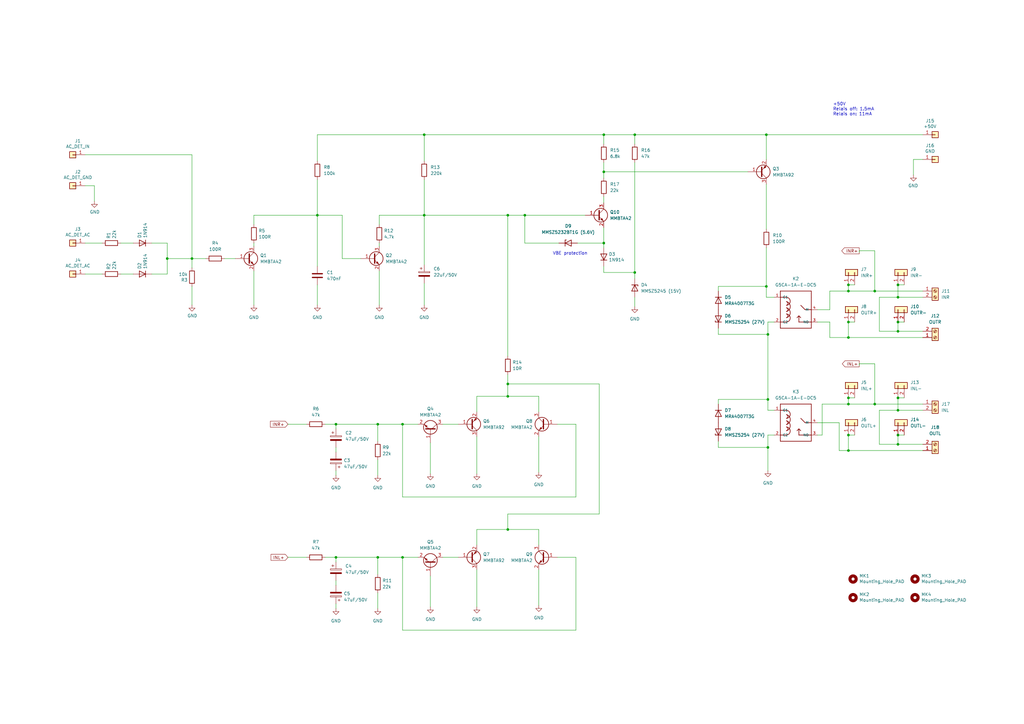
<source format=kicad_sch>
(kicad_sch (version 20211123) (generator eeschema)
  (paper "A3")
  (title_block (title "LS protection relais") (date "2022-03-16") (rev "V3"))
  (lib_symbols
    (symbol "Connector:Screw_Terminal_01x02" (pin_names (offset 1.016) hide)
      (property "Reference" "J" (at 0 2.54 0))
      (property "Value" "Screw_Terminal_01x02" (at 0 -5.08 0))
      (symbol "Screw_Terminal_01x02_1_1"
        (rectangle (start -1.27 1.27) (end 1.27 -3.81) (stroke (width 0.254)) (fill (type background)))
        (circle (center 0 -2.54) (radius 0.635) (stroke (width 0.1524)))
        (polyline (pts (xy -0.5334 -2.2098) (xy 0.3302 -3.048)) (stroke (width 0.1524)))
        (polyline (pts (xy -0.5334 0.3302) (xy 0.3302 -0.508)) (stroke (width 0.1524)))
        (polyline (pts (xy -0.3556 -2.032) (xy 0.508 -2.8702)) (stroke (width 0.1524)))
        (polyline (pts (xy -0.3556 0.508) (xy 0.508 -0.3302)) (stroke (width 0.1524)))
        (circle (center 0 0) (radius 0.635) (stroke (width 0.1524)))
        (pin passive line (at -5.08 0 0) (length 3.81) (name "Pin_1") (number "1"))
        (pin passive line (at -5.08 -2.54 0) (length 3.81) (name "Pin_2") (number "2"))
      )
    )
    (symbol "Connector_Generic:Conn_01x01" (pin_names (offset 1.016) hide)
      (property "Reference" "J" (at 0 2.54 0))
      (property "Value" "Conn_01x01" (at 0 -2.54 0))
      (symbol "Conn_01x01_1_1"
        (rectangle (start -1.27 0.127) (end 0 -0.127) (stroke (width 0.1524)))
        (rectangle (start -1.27 1.27) (end 1.27 -1.27) (stroke (width 0.254)) (fill (type background)))
        (pin passive line (at -5.08 0 0) (length 3.81) (name "Pin_1") (number "1"))
      )
    )
    (symbol "Connector_Generic:Conn_01x02" (pin_names (offset 1.016) hide)
      (property "Reference" "J" (at 0 2.54 0))
      (property "Value" "Conn_01x02" (at 0 -5.08 0))
      (symbol "Conn_01x02_1_1"
        (rectangle (start -1.27 -2.413) (end 0 -2.667) (stroke (width 0.1524)))
        (rectangle (start -1.27 0.127) (end 0 -0.127) (stroke (width 0.1524)))
        (rectangle (start -1.27 1.27) (end 1.27 -3.81) (stroke (width 0.254)) (fill (type background)))
        (pin passive line (at -5.08 0 0) (length 3.81) (name "Pin_1") (number "1"))
        (pin passive line (at -5.08 -2.54 0) (length 3.81) (name "Pin_2") (number "2"))
      )
    )
    (symbol "Device:C" (pin_numbers hide) (pin_names (offset 0.254))
      (property "Reference" "C" (at 0.635 2.54 0))
      (property "Value" "C" (at 0.635 -2.54 0))
      (symbol "C_0_1"
        (polyline (pts (xy -2.032 -0.762) (xy 2.032 -0.762)) (stroke (width 0.508)))
        (polyline (pts (xy -2.032 0.762) (xy 2.032 0.762)) (stroke (width 0.508)))
      )
      (symbol "C_1_1"
        (pin passive line (at 0 3.81 270) (length 2.794) (name "~") (number "1"))
        (pin passive line (at 0 -3.81 90) (length 2.794) (name "~") (number "2"))
      )
    )
    (symbol "Device:C_Polarized" (pin_numbers hide) (pin_names (offset 0.254))
      (property "Reference" "C" (at 0.635 2.54 0))
      (property "Value" "C_Polarized" (at 0.635 -2.54 0))
      (symbol "C_Polarized_0_1"
        (rectangle (start -2.286 0.508) (end 2.286 1.016))
        (polyline (pts (xy -1.778 2.286) (xy -0.762 2.286)))
        (polyline (pts (xy -1.27 2.794) (xy -1.27 1.778)))
        (rectangle (start 2.286 -0.508) (end -2.286 -1.016) (fill (type outline)))
      )
      (symbol "C_Polarized_1_1"
        (pin passive line (at 0 3.81 270) (length 2.794) (name "~") (number "1"))
        (pin passive line (at 0 -3.81 90) (length 2.794) (name "~") (number "2"))
      )
    )
    (symbol "Device:R" (pin_numbers hide) (pin_names (offset 0))
      (property "Reference" "R" (at 2.032 0 90))
      (property "Value" "R" (at 0 0 90))
      (symbol "R_0_1"
        (rectangle (start -1.016 -2.54) (end 1.016 2.54) (stroke (width 0.254)))
      )
      (symbol "R_1_1"
        (pin passive line (at 0 3.81 270) (length 1.27) (name "~") (number "1"))
        (pin passive line (at 0 -3.81 90) (length 1.27) (name "~") (number "2"))
      )
    )
    (symbol "Diode:1N4148" (pin_numbers hide) (pin_names (offset 1.016) hide)
      (property "Reference" "D" (at 0 2.54 0))
      (property "Value" "1N4148" (at 0 -2.54 0))
      (symbol "1N4148_0_1"
        (polyline (pts (xy -1.27 1.27) (xy -1.27 -1.27)) (stroke (width 0.254)))
        (polyline (pts (xy 1.27 0) (xy -1.27 0)))
        (polyline (pts (xy 1.27 1.27) (xy 1.27 -1.27) (xy -1.27 0) (xy 1.27 1.27)) (stroke (width 0.254)))
      )
      (symbol "1N4148_1_1"
        (pin passive line (at -3.81 0 0) (length 2.54) (name "K") (number "1"))
        (pin passive line (at 3.81 0 180) (length 2.54) (name "A") (number "2"))
      )
    )
    (symbol "Diode:1N47xxA" (pin_numbers hide) (pin_names (offset 1.016) hide)
      (property "Reference" "D" (at 0 2.54 0))
      (property "Value" "1N47xxA" (at 0 -2.54 0))
      (symbol "1N47xxA_0_1"
        (polyline (pts (xy 1.27 0) (xy -1.27 0)))
        (polyline (pts (xy -1.27 -1.27) (xy -1.27 1.27) (xy -0.762 1.27)) (stroke (width 0.254)))
        (polyline (pts (xy 1.27 -1.27) (xy 1.27 1.27) (xy -1.27 0) (xy 1.27 -1.27)) (stroke (width 0.254)))
      )
      (symbol "1N47xxA_1_1"
        (pin passive line (at -3.81 0 0) (length 2.54) (name "K") (number "1"))
        (pin passive line (at 3.81 0 180) (length 2.54) (name "A") (number "2"))
      )
    )
    (symbol "Diode:MRA4007T3G" (pin_numbers hide) (pin_names (offset 1.016) hide)
      (property "Reference" "D" (at 0 2.54 0))
      (property "Value" "MRA4007T3G" (at 0 -2.54 0))
      (symbol "MRA4007T3G_0_1"
        (polyline (pts (xy -1.27 1.27) (xy -1.27 -1.27)) (stroke (width 0.254)))
        (polyline (pts (xy 1.27 0) (xy -1.27 0)))
        (polyline (pts (xy 1.27 1.27) (xy 1.27 -1.27) (xy -1.27 0) (xy 1.27 1.27)) (stroke (width 0.254)))
      )
      (symbol "MRA4007T3G_1_1"
        (pin passive line (at -3.81 0 0) (length 2.54) (name "K") (number "1"))
        (pin passive line (at 3.81 0 180) (length 2.54) (name "A") (number "2"))
      )
    )
    (symbol "Mechanical:MountingHole" (pin_names (offset 1.016))
      (property "Reference" "H" (at 0 5.08 0))
      (property "Value" "MountingHole" (at 0 3.175 0))
      (symbol "MountingHole_0_1"
        (circle (center 0 0) (radius 1.27) (stroke (width 1.27)))
      )
    )
    (symbol "Transistor_BJT:MMBTA42" (pin_names (offset 0) hide)
      (property "Reference" "Q" (at 5.08 1.905 0))
      (property "Value" "MMBTA42" (at 5.08 0 0))
      (symbol "MMBTA42_0_1"
        (polyline (pts (xy 0 0) (xy 0.635 0)))
        (polyline (pts (xy 0.635 0.635) (xy 2.54 2.54)))
        (polyline (pts (xy 0.635 -0.635) (xy 2.54 -2.54) (xy 2.54 -2.54)))
        (polyline (pts (xy 0.635 1.905) (xy 0.635 -1.905) (xy 0.635 -1.905)) (stroke (width 0.508)))
        (polyline (pts (xy 1.27 -1.778) (xy 1.778 -1.27) (xy 2.286 -2.286) (xy 1.27 -1.778) (xy 1.27 -1.778)) (fill (type outline)))
        (circle (center 1.27 0) (radius 2.8194) (stroke (width 0.254)))
      )
      (symbol "MMBTA42_1_1"
        (pin input line (at -5.08 0 0) (length 5.08) (name "B") (number "1"))
        (pin passive line (at 2.54 -5.08 90) (length 2.54) (name "E") (number "2"))
        (pin passive line (at 2.54 5.08 270) (length 2.54) (name "C") (number "3"))
      )
    )
    (symbol "Transistor_BJT:MMBTA92" (pin_names (offset 0) hide)
      (property "Reference" "Q" (at 5.08 1.905 0))
      (property "Value" "MMBTA92" (at 5.08 0 0))
      (symbol "MMBTA92_0_1"
        (polyline (pts (xy 0 0) (xy 0.635 0)))
        (polyline (pts (xy 2.54 -2.54) (xy 0.635 -0.635)))
        (polyline (pts (xy 2.54 2.54) (xy 0.635 0.635)))
        (polyline (pts (xy 0.635 1.905) (xy 0.635 -1.905) (xy 0.635 -1.905)) (stroke (width 0.508)) (fill (type outline)))
        (polyline (pts (xy 1.905 -2.413) (xy 2.413 -1.905) (xy 1.397 -1.397) (xy 1.905 -2.413) (xy 1.905 -2.413)) (fill (type outline)))
        (circle (center 1.27 0) (radius 2.8194) (stroke (width 0.254)))
      )
      (symbol "MMBTA92_1_1"
        (pin input line (at -5.08 0 0) (length 5.08) (name "B") (number "1"))
        (pin passive line (at 2.54 -5.08 90) (length 2.54) (name "E") (number "2"))
        (pin passive line (at 2.54 5.08 270) (length 2.54) (name "C") (number "3"))
      )
    )
    (symbol "kicad-snk:G5CA-1A-E-DC5" (pin_names (offset 1.016))
      (property "Reference" "K" (at -7.62 8.128 0))
      (property "Value" "G5CA-1A-E-DC5" (at -7.62 -10.16 0))
      (symbol "G5CA-1A-E-DC5_0_0"
        (arc (start -5.08 -5.08) (mid -3.5511 -3.429) (end -5.08 -1.778) (stroke (width 0.254)))
        (arc (start -5.08 -3.302) (mid -4.513 -2.54) (end -5.08 -1.778) (stroke (width 0.254)))
        (arc (start -5.08 -3.302) (mid -3.5499 -1.27) (end -5.08 0.762) (stroke (width 0.254)))
        (arc (start -5.08 -0.762) (mid -4.513 0) (end -5.08 0.762) (stroke (width 0.254)))
        (arc (start -5.08 -0.762) (mid -3.5314 1.27) (end -5.08 3.302) (stroke (width 0.254)))
        (arc (start -5.08 1.778) (mid -4.513 2.54) (end -5.08 3.302) (stroke (width 0.254)))
        (arc (start -5.08 1.778) (mid -3.5511 3.429) (end -5.08 5.08) (stroke (width 0.254)))
        (polyline (pts (xy -7.62 -7.62) (xy -7.62 -5.08)) (stroke (width 0.254)))
        (polyline (pts (xy -7.62 -5.08) (xy -7.62 5.08)) (stroke (width 0.254)))
        (polyline (pts (xy -7.62 -5.08) (xy -5.08 -5.08)) (stroke (width 0.254)))
        (polyline (pts (xy -7.62 5.08) (xy -7.62 7.62)) (stroke (width 0.254)))
        (polyline (pts (xy -7.62 5.08) (xy -5.08 5.08)) (stroke (width 0.254)))
        (polyline (pts (xy -7.62 7.62) (xy 5.08 7.62)) (stroke (width 0.254)))
        (polyline (pts (xy 0 -5.08) (xy 0 -2.54)) (stroke (width 0.254)))
        (polyline (pts (xy 0 -2.54) (xy -0.762 -3.302)) (stroke (width 0.254)))
        (polyline (pts (xy 0 -2.54) (xy 0.762 -3.302)) (stroke (width 0.254)))
        (polyline (pts (xy 2.54 0) (xy 0.762 1.778)) (stroke (width 0.254)))
        (polyline (pts (xy 5.08 -7.62) (xy -7.62 -7.62)) (stroke (width 0.254)))
        (polyline (pts (xy 5.08 -5.08) (xy 0 -5.08)) (stroke (width 0.254)))
        (polyline (pts (xy 5.08 -5.08) (xy 5.08 -7.62)) (stroke (width 0.254)))
        (polyline (pts (xy 5.08 0) (xy 2.54 0)) (stroke (width 0.254)))
        (polyline (pts (xy 5.08 0) (xy 5.08 -5.08)) (stroke (width 0.254)))
        (polyline (pts (xy 5.08 5.08) (xy 5.08 0)) (stroke (width 0.254)))
        (polyline (pts (xy 5.08 7.62) (xy 5.08 5.08)) (stroke (width 0.254)))
        (pin passive line (at -10.16 5.08 0) (length 2.54) (name "C1") (number "1"))
        (pin passive line (at -10.16 -5.08 0) (length 2.54) (name "C2") (number "2"))
        (pin passive line (at 7.62 -5.08 180) (length 2.54) (name "NO") (number "3"))
        (pin passive line (at 7.62 0 180) (length 2.54) (name "M") (number "4"))
      )
    )
    (symbol "power:GND" (power) (pin_names (offset 0))
      (property "Value" "GND" (at 0 -3.81 0))
      (symbol "GND_0_1"
        (polyline (pts (xy 0 0) (xy 0 -1.27) (xy 1.27 -1.27) (xy 0 -2.54) (xy -1.27 -1.27) (xy 0 -1.27)))
      )
      (symbol "GND_1_1"
        (pin power_in line (at 0 0 270) (length 0) hide (name "GND") (number "1"))
      )
    )
  )
  (junction (at 314.325 117.475))
  (junction (at 68.58 106.045))
  (junction (at 173.99 88.265))
  (junction (at 137.795 228.6))
  (junction (at 347.98 116.84))
  (junction (at 130.175 88.265))
  (junction (at 347.98 165.735))
  (junction (at 260.35 111.76))
  (junction (at 154.94 173.99))
  (junction (at 347.98 119.38))
  (junction (at 165.1 228.6))
  (junction (at 368.3 116.84))
  (junction (at 358.775 119.38))
  (junction (at 154.94 228.6))
  (junction (at 78.74 106.045))
  (junction (at 260.35 55.245))
  (junction (at 247.65 55.245))
  (junction (at 347.98 178.435))
  (junction (at 314.96 183.515))
  (junction (at 368.3 163.195))
  (junction (at 314.96 137.16))
  (junction (at 368.3 178.435))
  (junction (at 247.65 99.695))
  (junction (at 347.98 184.785))
  (junction (at 368.3 135.89))
  (junction (at 358.775 165.735))
  (junction (at 208.28 88.265))
  (junction (at 347.98 138.43))
  (junction (at 173.99 55.245))
  (junction (at 347.98 163.195))
  (junction (at 215.265 88.265))
  (junction (at 208.28 162.56))
  (junction (at 247.65 70.485))
  (junction (at 314.325 55.245))
  (junction (at 208.28 157.48))
  (junction (at 368.3 182.245))
  (junction (at 368.3 121.92))
  (junction (at 368.3 168.275))
  (junction (at 165.1 173.99))
  (junction (at 368.3 132.08))
  (junction (at 314.96 163.83))
  (junction (at 208.28 217.17))
  (junction (at 137.795 173.99))
  (junction (at 347.98 132.08))
  (wire (pts (xy 347.98 119.38) (xy 340.36 119.38)))
  (wire (pts (xy 314.96 163.83) (xy 294.64 163.83)))
  (wire (pts (xy 165.1 203.835) (xy 236.22 203.835)))
  (wire (pts (xy 314.325 55.245) (xy 314.325 65.405)))
  (wire (pts (xy 245.745 210.82) (xy 245.745 157.48)))
  (wire (pts (xy 314.325 55.245) (xy 378.46 55.245)))
  (wire (pts (xy 360.68 135.89) (xy 368.3 135.89)))
  (wire (pts (xy 104.14 111.125) (xy 104.14 125.095)))
  (wire (pts (xy 104.14 99.695) (xy 104.14 100.965)))
  (wire (pts (xy 294.64 134.62) (xy 294.64 137.16)))
  (wire (pts (xy 181.61 228.6) (xy 187.96 228.6)))
  (wire (pts (xy 347.98 178.435) (xy 350.52 178.435)))
  (wire (pts (xy 368.3 163.195) (xy 368.3 168.275)))
  (wire (pts (xy 347.98 132.08) (xy 347.98 138.43)))
  (wire (pts (xy 208.28 88.265) (xy 215.265 88.265)))
  (wire (pts (xy 92.075 106.045) (xy 96.52 106.045)))
  (wire (pts (xy 344.17 173.355) (xy 344.17 184.785)))
  (wire (pts (xy 173.99 116.205) (xy 173.99 125.095)))
  (wire (pts (xy 137.795 228.6) (xy 137.795 230.505)))
  (wire (pts (xy 352.425 103.505) (xy 352.425 102.87)))
  (wire (pts (xy 236.22 258.445) (xy 236.22 228.6)))
  (wire (pts (xy 208.28 157.48) (xy 208.28 162.56)))
  (wire (pts (xy 78.74 117.475) (xy 78.74 125.095)))
  (wire (pts (xy 215.265 99.695) (xy 215.265 88.265)))
  (wire (pts (xy 154.94 243.205) (xy 154.94 249.555)))
  (wire (pts (xy 245.745 157.48) (xy 208.28 157.48)))
  (wire (pts (xy 374.65 65.405) (xy 378.46 65.405)))
  (wire (pts (xy 317.5 178.435) (xy 314.96 178.435)))
  (wire (pts (xy 247.65 99.695) (xy 247.65 101.6)))
  (wire (pts (xy 317.5 132.08) (xy 314.96 132.08)))
  (wire (pts (xy 140.335 106.045) (xy 147.955 106.045)))
  (wire (pts (xy 247.65 111.76) (xy 260.35 111.76)))
  (wire (pts (xy 176.53 181.61) (xy 176.53 194.31)))
  (wire (pts (xy 352.425 102.87) (xy 358.775 102.87)))
  (wire (pts (xy 220.98 217.17) (xy 220.98 223.52)))
  (wire (pts (xy 314.325 121.92) (xy 317.5 121.92)))
  (wire (pts (xy 368.3 182.245) (xy 378.46 182.245)))
  (wire (pts (xy 340.36 132.08) (xy 335.28 132.08)))
  (wire (pts (xy 137.795 173.99) (xy 154.94 173.99)))
  (wire (pts (xy 137.795 183.515) (xy 137.795 185.42)))
  (wire (pts (xy 140.335 88.265) (xy 140.335 106.045)))
  (wire (pts (xy 340.36 138.43) (xy 340.36 132.08)))
  (wire (pts (xy 38.735 76.2) (xy 34.925 76.2)))
  (wire (pts (xy 368.3 132.08) (xy 370.84 132.08)))
  (wire (pts (xy 78.74 63.5) (xy 34.925 63.5)))
  (wire (pts (xy 173.99 88.265) (xy 155.575 88.265)))
  (wire (pts (xy 368.3 135.89) (xy 378.46 135.89)))
  (wire (pts (xy 62.23 112.395) (xy 68.58 112.395)))
  (wire (pts (xy 347.98 132.08) (xy 350.52 132.08)))
  (wire (pts (xy 260.35 121.92) (xy 260.35 125.73)))
  (wire (pts (xy 347.98 163.195) (xy 350.52 163.195)))
  (wire (pts (xy 314.96 132.08) (xy 314.96 137.16)))
  (wire (pts (xy 208.28 153.67) (xy 208.28 157.48)))
  (wire (pts (xy 165.1 228.6) (xy 165.1 258.445)))
  (wire (pts (xy 78.74 106.045) (xy 84.455 106.045)))
  (wire (pts (xy 49.53 99.695) (xy 54.61 99.695)))
  (wire (pts (xy 347.98 138.43) (xy 340.36 138.43)))
  (wire (pts (xy 358.775 165.735) (xy 347.98 165.735)))
  (wire (pts (xy 347.98 163.195) (xy 347.98 165.735)))
  (wire (pts (xy 378.46 119.38) (xy 358.775 119.38)))
  (wire (pts (xy 378.46 121.92) (xy 368.3 121.92)))
  (wire (pts (xy 154.94 188.595) (xy 154.94 194.945)))
  (wire (pts (xy 176.53 236.22) (xy 176.53 248.92)))
  (wire (pts (xy 247.65 70.485) (xy 247.65 73.025)))
  (wire (pts (xy 294.64 163.83) (xy 294.64 165.735)))
  (wire (pts (xy 260.35 111.76) (xy 260.35 114.3)))
  (wire (pts (xy 247.65 109.22) (xy 247.65 111.76)))
  (wire (pts (xy 155.575 88.265) (xy 155.575 92.075)))
  (wire (pts (xy 34.925 99.695) (xy 41.91 99.695)))
  (wire (pts (xy 368.3 121.92) (xy 360.68 121.92)))
  (wire (pts (xy 173.99 55.245) (xy 130.175 55.245)))
  (wire (pts (xy 34.925 112.395) (xy 41.91 112.395)))
  (wire (pts (xy 314.96 183.515) (xy 314.96 193.04)))
  (wire (pts (xy 68.58 106.045) (xy 68.58 112.395)))
  (wire (pts (xy 247.65 66.675) (xy 247.65 70.485)))
  (wire (pts (xy 49.53 112.395) (xy 54.61 112.395)))
  (wire (pts (xy 155.575 99.695) (xy 155.575 100.965)))
  (wire (pts (xy 154.94 228.6) (xy 165.1 228.6)))
  (wire (pts (xy 165.1 258.445) (xy 236.22 258.445)))
  (wire (pts (xy 173.99 73.66) (xy 173.99 88.265)))
  (wire (pts (xy 314.96 178.435) (xy 314.96 183.515)))
  (wire (pts (xy 104.14 88.265) (xy 104.14 92.075)))
  (wire (pts (xy 347.98 116.84) (xy 347.98 119.38)))
  (wire (pts (xy 208.28 88.265) (xy 208.28 146.05)))
  (wire (pts (xy 130.175 88.265) (xy 140.335 88.265)))
  (wire (pts (xy 208.28 217.17) (xy 208.28 210.82)))
  (wire (pts (xy 154.94 173.99) (xy 154.94 180.975)))
  (wire (pts (xy 154.94 173.99) (xy 165.1 173.99)))
  (wire (pts (xy 165.1 173.99) (xy 171.45 173.99)))
  (wire (pts (xy 104.14 88.265) (xy 130.175 88.265)))
  (wire (pts (xy 78.74 106.045) (xy 78.74 109.855)))
  (wire (pts (xy 236.22 228.6) (xy 228.6 228.6)))
  (wire (pts (xy 130.175 73.66) (xy 130.175 88.265)))
  (wire (pts (xy 360.68 121.92) (xy 360.68 135.89)))
  (wire (pts (xy 314.325 101.6) (xy 314.325 117.475)))
  (wire (pts (xy 294.64 183.515) (xy 314.96 183.515)))
  (wire (pts (xy 247.65 70.485) (xy 306.705 70.485)))
  (wire (pts (xy 260.35 55.245) (xy 260.35 59.055)))
  (wire (pts (xy 195.58 179.07) (xy 195.58 194.31)))
  (wire (pts (xy 314.325 117.475) (xy 314.325 121.92)))
  (wire (pts (xy 154.94 228.6) (xy 154.94 235.585)))
  (wire (pts (xy 378.46 168.275) (xy 368.3 168.275)))
  (wire (pts (xy 335.28 173.355) (xy 344.17 173.355)))
  (wire (pts (xy 173.99 55.245) (xy 173.99 66.04)))
  (wire (pts (xy 130.175 55.245) (xy 130.175 66.04)))
  (wire (pts (xy 130.175 88.265) (xy 130.175 109.22)))
  (wire (pts (xy 220.98 179.07) (xy 220.98 193.675)))
  (wire (pts (xy 347.98 178.435) (xy 347.98 184.785)))
  (wire (pts (xy 68.58 99.695) (xy 62.23 99.695)))
  (wire (pts (xy 236.855 99.695) (xy 247.65 99.695)))
  (wire (pts (xy 173.99 88.265) (xy 208.28 88.265)))
  (wire (pts (xy 208.28 162.56) (xy 220.98 162.56)))
  (wire (pts (xy 137.795 173.99) (xy 137.795 175.895)))
  (wire (pts (xy 360.68 168.275) (xy 360.68 182.245)))
  (wire (pts (xy 68.58 106.045) (xy 78.74 106.045)))
  (wire (pts (xy 137.795 228.6) (xy 154.94 228.6)))
  (wire (pts (xy 347.98 184.785) (xy 344.17 184.785)))
  (wire (pts (xy 247.65 55.245) (xy 247.65 59.055)))
  (wire (pts (xy 358.775 102.87) (xy 358.775 119.38)))
  (wire (pts (xy 38.735 82.55) (xy 38.735 76.2)))
  (wire (pts (xy 236.22 203.835) (xy 236.22 173.99)))
  (wire (pts (xy 247.65 93.345) (xy 247.65 99.695)))
  (wire (pts (xy 352.425 149.86) (xy 352.425 149.225)))
  (wire (pts (xy 358.775 119.38) (xy 347.98 119.38)))
  (wire (pts (xy 165.1 173.99) (xy 165.1 203.835)))
  (wire (pts (xy 195.58 162.56) (xy 208.28 162.56)))
  (wire (pts (xy 314.96 168.275) (xy 317.5 168.275)))
  (wire (pts (xy 337.185 178.435) (xy 337.185 165.735)))
  (wire (pts (xy 137.795 193.04) (xy 137.795 194.945)))
  (wire (pts (xy 260.35 66.675) (xy 260.35 111.76)))
  (wire (pts (xy 340.36 119.38) (xy 340.36 127)))
  (wire (pts (xy 314.96 163.83) (xy 314.96 168.275)))
  (wire (pts (xy 137.795 238.125) (xy 137.795 240.03)))
  (wire (pts (xy 340.36 127) (xy 335.28 127)))
  (wire (pts (xy 220.98 233.68) (xy 220.98 248.285)))
  (wire (pts (xy 337.185 165.735) (xy 347.98 165.735)))
  (wire (pts (xy 195.58 217.17) (xy 208.28 217.17)))
  (wire (pts (xy 137.795 247.65) (xy 137.795 249.555)))
  (wire (pts (xy 314.96 137.16) (xy 314.96 163.83)))
  (wire (pts (xy 335.28 178.435) (xy 337.185 178.435)))
  (wire (pts (xy 294.64 137.16) (xy 314.96 137.16)))
  (wire (pts (xy 236.22 173.99) (xy 228.6 173.99)))
  (wire (pts (xy 181.61 173.99) (xy 187.96 173.99)))
  (wire (pts (xy 68.58 106.045) (xy 68.58 99.695)))
  (wire (pts (xy 118.11 173.99) (xy 125.73 173.99)))
  (wire (pts (xy 195.58 223.52) (xy 195.58 217.17)))
  (wire (pts (xy 358.775 149.225) (xy 358.775 165.735)))
  (wire (pts (xy 220.98 162.56) (xy 220.98 168.91)))
  (wire (pts (xy 78.74 106.045) (xy 78.74 63.5)))
  (wire (pts (xy 294.64 117.475) (xy 314.325 117.475)))
  (wire (pts (xy 360.68 182.245) (xy 368.3 182.245)))
  (wire (pts (xy 208.28 217.17) (xy 220.98 217.17)))
  (wire (pts (xy 133.35 228.6) (xy 137.795 228.6)))
  (wire (pts (xy 347.98 116.84) (xy 350.52 116.84)))
  (wire (pts (xy 173.99 88.265) (xy 173.99 108.585)))
  (wire (pts (xy 368.3 116.84) (xy 368.3 121.92)))
  (wire (pts (xy 195.58 168.91) (xy 195.58 162.56)))
  (wire (pts (xy 368.3 163.195) (xy 370.84 163.195)))
  (wire (pts (xy 247.65 80.645) (xy 247.65 83.185)))
  (wire (pts (xy 118.11 228.6) (xy 125.73 228.6)))
  (wire (pts (xy 133.35 173.99) (xy 137.795 173.99)))
  (wire (pts (xy 368.3 116.84) (xy 370.84 116.84)))
  (wire (pts (xy 352.425 149.225) (xy 358.775 149.225)))
  (wire (pts (xy 215.265 88.265) (xy 240.03 88.265)))
  (wire (pts (xy 155.575 111.125) (xy 155.575 125.095)))
  (wire (pts (xy 378.46 138.43) (xy 347.98 138.43)))
  (wire (pts (xy 130.175 116.84) (xy 130.175 125.095)))
  (wire (pts (xy 368.3 168.275) (xy 360.68 168.275)))
  (wire (pts (xy 208.28 210.82) (xy 245.745 210.82)))
  (wire (pts (xy 195.58 233.68) (xy 195.58 248.92)))
  (wire (pts (xy 260.35 55.245) (xy 314.325 55.245)))
  (wire (pts (xy 368.3 132.08) (xy 368.3 135.89)))
  (wire (pts (xy 173.99 55.245) (xy 247.65 55.245)))
  (wire (pts (xy 314.325 75.565) (xy 314.325 93.98)))
  (wire (pts (xy 374.65 71.755) (xy 374.65 65.405)))
  (wire (pts (xy 368.3 178.435) (xy 370.84 178.435)))
  (wire (pts (xy 378.46 184.785) (xy 347.98 184.785)))
  (wire (pts (xy 247.65 55.245) (xy 260.35 55.245)))
  (wire (pts (xy 294.64 119.38) (xy 294.64 117.475)))
  (wire (pts (xy 294.64 180.975) (xy 294.64 183.515)))
  (wire (pts (xy 378.46 165.735) (xy 358.775 165.735)))
  (wire (pts (xy 229.235 99.695) (xy 215.265 99.695)))
  (wire (pts (xy 165.1 228.6) (xy 171.45 228.6)))
  (wire (pts (xy 368.3 178.435) (xy 368.3 182.245)))
  (text "+50V\nRelais off: 1.5mA\nRelais on: 11mA" (at 341.63 47.625 0) (effects (font (size 1.27 1.27)) (justify left bottom)))
  (text "VBE protection" (at 226.695 104.775 0) (effects (font (size 1.27 1.27)) (justify left bottom)))
  (global_label "INL+" (shape output) (at 352.425 149.225 180) (property "Intersheet References" "${INTERSHEET_REFS}" (effects hide)))
  (global_label "INL+" (shape input) (at 118.11 228.6 180) (property "Intersheet References" "${INTERSHEET_REFS}" (effects hide)))
  (global_label "INR+" (shape output) (at 352.425 102.87 180) (property "Intersheet References" "${INTERSHEET_REFS}" (effects hide)))
  (global_label "INR+" (shape input) (at 118.11 173.99 180) (property "Intersheet References" "${INTERSHEET_REFS}" (effects hide)))
  (symbol (lib_id "power:GND") (at 374.65 71.755 0) (mirror y) (unit 1)
    (property "Reference" "#PWR0101" (effects hide))
    (property "Value" "GND" (at 374.523 76.1492 0))
  )
  (symbol (lib_id "power:GND") (at 314.96 193.04 0) (unit 1)
    (property "Reference" "#PWR0102" (effects hide))
    (property "Value" "GND" (at 314.96 198.12 0))
  )
  (symbol (lib_id "power:GND") (at 195.58 248.92 0) (unit 1)
    (property "Reference" "#PWR0110" (effects hide))
    (property "Value" "GND" (at 195.58 254 0))
  )
  (symbol (lib_id "Connector_Generic:Conn_01x02") (at 347.98 111.76 90) (unit 1)
    (property "Reference" "J7" (at 353.06 110.4899 90) (effects (justify right)))
    (property "Value" "INR+" (at 353.06 113.0299 90) (effects (justify right)))
    (property "Footprint" "kicad-snk:TE_62409-1" (effects hide))
  )
  (symbol (lib_id "Device:R") (at 104.14 95.885 0) (unit 1)
    (property "Reference" "R5" (at 106.045 94.6149 0) (effects (justify left)))
    (property "Value" "100R" (at 106.045 97.1549 0) (effects (justify left)))
    (property "Footprint" "Resistor_SMD:R_0805_2012Metric_Pad1.20x1.40mm_HandSolder" (effects hide))
  )
  (symbol (lib_id "Transistor_BJT:MMBTA42") (at 223.52 228.6 0) (mirror y) (unit 1)
    (property "Reference" "Q9" (at 218.44 227.3299 0) (effects (justify left)))
    (property "Value" "MMBTA42" (at 218.44 229.8699 0) (effects (justify left)))
    (property "Footprint" "Package_TO_SOT_SMD:SOT-23" (effects hide))
    (property "Datasheet" "https://www.onsemi.com/pub/Collateral/MMBTA42LT1-D.PDF" (effects hide))
  )
  (symbol (lib_id "Transistor_BJT:MMBTA42") (at 101.6 106.045 0) (unit 1)
    (property "Reference" "Q1" (at 106.68 104.7749 0) (effects (justify left)))
    (property "Value" "MMBTA42" (at 106.68 107.3149 0) (effects (justify left)))
    (property "Footprint" "Package_TO_SOT_SMD:SOT-23" (effects hide))
    (property "Datasheet" "https://www.onsemi.com/pub/Collateral/MMBTA42LT1-D.PDF" (effects hide))
  )
  (symbol (lib_id "Transistor_BJT:MMBTA42") (at 153.035 106.045 0) (unit 1)
    (property "Reference" "Q2" (at 158.115 104.7749 0) (effects (justify left)))
    (property "Value" "MMBTA42" (at 158.115 107.3149 0) (effects (justify left)))
    (property "Footprint" "Package_TO_SOT_SMD:SOT-23" (effects hide))
    (property "Datasheet" "https://www.onsemi.com/pub/Collateral/MMBTA42LT1-D.PDF" (effects hide))
  )
  (symbol (lib_id "Connector_Generic:Conn_01x02") (at 347.98 127 90) (unit 1)
    (property "Reference" "J8" (at 353.06 125.7299 90) (effects (justify right)))
    (property "Value" "OUTR+" (at 353.06 128.2699 90) (effects (justify right)))
    (property "Footprint" "kicad-snk:TE_62409-1" (effects hide))
  )
  (symbol (lib_id "Transistor_BJT:MMBTA92") (at 311.785 70.485 0) (mirror x) (unit 1)
    (property "Reference" "Q3" (at 316.865 69.2149 0) (effects (justify left)))
    (property "Value" "MMBTA92" (at 316.865 71.7549 0) (effects (justify left)))
    (property "Footprint" "Package_TO_SOT_SMD:SOT-23" (effects hide))
    (property "Datasheet" "https://www.onsemi.com/pub/Collateral/MMBTA92LT1-D.PDF" (effects hide))
  )
  (symbol (lib_id "Mechanical:MountingHole") (at 375.285 245.11 0) (unit 1)
    (property "Reference" "MK4" (at 377.825 243.8146 0) (effects (justify left)))
    (property "Value" "Mounting_Hole_PAD" (at 377.825 246.126 0) (effects (justify left)))
    (property "Footprint" "MountingHole:MountingHole_3.2mm_M3_Pad_Via" (effects hide))
  )
  (symbol (lib_id "Mechanical:MountingHole") (at 349.885 245.11 0) (unit 1)
    (property "Reference" "MK2" (at 352.425 243.8146 0) (effects (justify left)))
    (property "Value" "Mounting_Hole_PAD" (at 352.425 246.126 0) (effects (justify left)))
    (property "Footprint" "MountingHole:MountingHole_3.2mm_M3_Pad_Via" (effects hide))
  )
  (symbol (lib_id "Connector:Screw_Terminal_01x02") (at 383.54 119.38 0) (unit 1)
    (property "Reference" "J11" (at 386.08 119.3799 0) (effects (justify left)))
    (property "Value" "INR" (at 386.08 121.9199 0) (effects (justify left)))
    (property "Footprint" "TerminalBlock_RND:TerminalBlock_RND_205-00012_1x02_P5.00mm_Horizontal" (effects hide))
  )
  (symbol (lib_id "Diode:1N4148") (at 247.65 105.41 90) (unit 1)
    (property "Reference" "D3" (at 249.682 104.2416 90) (effects (justify right)))
    (property "Value" "1N914" (at 249.682 106.553 90) (effects (justify right)))
    (property "Footprint" "Diode_SMD:D_SOD-123" (effects hide))
    (property "Datasheet" "https://assets.nexperia.com/documents/data-sheet/1N4148_1N4448.pdf" (effects hide))
  )
  (symbol (lib_id "Connector_Generic:Conn_01x01") (at 29.845 63.5 180) (unit 1)
    (property "Reference" "J1" (at 31.9278 57.785 0))
    (property "Value" "AC_DET_IN" (at 31.9278 60.0964 0))
    (property "Footprint" "Connector_Pin:Pin_D1.0mm_L10.0mm" (effects hide))
  )
  (symbol (lib_id "Device:R") (at 45.72 112.395 90) (unit 1)
    (property "Reference" "R2" (at 44.5516 110.617 0) (effects (justify left)))
    (property "Value" "22k" (at 46.863 110.617 0) (effects (justify left)))
    (property "Footprint" "Resistor_SMD:R_0805_2012Metric_Pad1.20x1.40mm_HandSolder" (effects hide))
  )
  (symbol (lib_id "Device:C_Polarized") (at 137.795 189.23 180) (unit 1)
    (property "Reference" "C3" (at 140.97 188.8489 0) (effects (justify right)))
    (property "Value" "47uF/50V" (at 140.97 191.3889 0) (effects (justify right)))
    (property "Footprint" "Capacitor_THT:CP_Radial_D6.3mm_P2.50mm" (effects hide))
  )
  (symbol (lib_id "Connector_Generic:Conn_01x01") (at 29.845 112.395 180) (unit 1)
    (property "Reference" "J4" (at 31.9278 106.68 0))
    (property "Value" "AC_DET_AC" (at 31.9278 108.9914 0))
    (property "Footprint" "Connector_Pin:Pin_D1.0mm_L10.0mm" (effects hide))
  )
  (symbol (lib_id "power:GND") (at 38.735 82.55 0) (unit 1)
    (property "Reference" "#PWR0119" (effects hide))
    (property "Value" "GND" (at 38.862 86.9442 0))
  )
  (symbol (lib_id "Connector_Generic:Conn_01x02") (at 347.98 158.115 90) (unit 1)
    (property "Reference" "J5" (at 353.06 156.8449 90) (effects (justify right)))
    (property "Value" "INL+" (at 353.06 159.3849 90) (effects (justify right)))
    (property "Footprint" "kicad-snk:TE_62409-1" (effects hide))
  )
  (symbol (lib_id "Device:R") (at 173.99 69.85 0) (unit 1)
    (property "Reference" "R13" (at 176.53 68.5799 0) (effects (justify left)))
    (property "Value" "220k" (at 176.53 71.1199 0) (effects (justify left)))
    (property "Footprint" "Resistor_SMD:R_0805_2012Metric_Pad1.20x1.40mm_HandSolder" (effects hide))
  )
  (symbol (lib_id "power:GND") (at 176.53 248.92 0) (unit 1)
    (property "Reference" "#PWR0107" (effects hide))
    (property "Value" "GND" (at 176.53 254 0))
  )
  (symbol (lib_id "power:GND") (at 137.795 249.555 0) (unit 1)
    (property "Reference" "#PWR0108" (effects hide))
    (property "Value" "GND" (at 137.795 254.635 0))
  )
  (symbol (lib_id "Mechanical:MountingHole") (at 375.285 237.49 0) (unit 1)
    (property "Reference" "MK3" (at 377.825 236.1946 0) (effects (justify left)))
    (property "Value" "Mounting_Hole_PAD" (at 377.825 238.506 0) (effects (justify left)))
    (property "Footprint" "MountingHole:MountingHole_3.2mm_M3_Pad_Via" (effects hide))
  )
  (symbol (lib_id "Connector_Generic:Conn_01x01") (at 383.54 65.405 0) (mirror x) (unit 1)
    (property "Reference" "J16" (at 381.4572 59.69 0))
    (property "Value" "GND" (at 381.4572 62.0014 0))
    (property "Footprint" "Connector_Pin:Pin_D1.0mm_L10.0mm" (effects hide))
  )
  (symbol (lib_id "Device:C_Polarized") (at 137.795 234.315 0) (unit 1)
    (property "Reference" "C4" (at 141.605 232.1559 0) (effects (justify left)))
    (property "Value" "47uF/50V" (at 141.605 234.6959 0) (effects (justify left)))
    (property "Footprint" "Capacitor_THT:CP_Radial_D6.3mm_P2.50mm" (effects hide))
  )
  (symbol (lib_id "Transistor_BJT:MMBTA92") (at 193.04 228.6 0) (mirror x) (unit 1)
    (property "Reference" "Q7" (at 198.12 227.3299 0) (effects (justify left)))
    (property "Value" "MMBTA92" (at 198.12 229.8699 0) (effects (justify left)))
    (property "Footprint" "Package_TO_SOT_SMD:SOT-23" (effects hide))
    (property "Datasheet" "https://www.onsemi.com/pub/Collateral/MMBTA92LT1-D.PDF" (effects hide))
  )
  (symbol (lib_id "Device:C") (at 130.175 113.03 0) (unit 1)
    (property "Reference" "C1" (at 133.985 111.7599 0) (effects (justify left)))
    (property "Value" "470nF" (at 133.985 114.2999 0) (effects (justify left)))
    (property "Footprint" "Capacitor_SMD:C_1206_3216Metric_Pad1.33x1.80mm_HandSolder" (effects hide))
  )
  (symbol (lib_id "Device:C_Polarized") (at 137.795 179.705 0) (unit 1)
    (property "Reference" "C2" (at 141.605 177.5459 0) (effects (justify left)))
    (property "Value" "47uF/50V" (at 141.605 180.0859 0) (effects (justify left)))
    (property "Footprint" "Capacitor_THT:CP_Radial_D6.3mm_P2.50mm" (effects hide))
  )
  (symbol (lib_id "Diode:1N4148") (at 58.42 112.395 180) (unit 1)
    (property "Reference" "D2" (at 57.2516 110.363 90) (effects (justify right)))
    (property "Value" "1N914" (at 59.563 110.363 90) (effects (justify right)))
    (property "Footprint" "Diode_SMD:D_SOD-123" (effects hide))
    (property "Datasheet" "https://assets.nexperia.com/documents/data-sheet/1N4148_1N4448.pdf" (effects hide))
  )
  (symbol (lib_id "Diode:MRA4007T3G") (at 294.64 169.545 270) (unit 1)
    (property "Reference" "D7" (at 297.18 168.2749 90) (effects (justify left)))
    (property "Value" "MRA4007T3G" (at 297.18 170.8149 90) (effects (justify left)))
    (property "Footprint" "Diode_SMD:D_SMA" (effects hide))
    (property "Datasheet" "http://www.onsemi.com/pub_link/Collateral/MRA4003T3-D.PDF" (effects hide))
  )
  (symbol (lib_id "Diode:1N4148") (at 58.42 99.695 180) (unit 1)
    (property "Reference" "D1" (at 57.2516 97.663 90) (effects (justify right)))
    (property "Value" "1N914" (at 59.563 97.663 90) (effects (justify right)))
    (property "Footprint" "Diode_SMD:D_SOD-123" (effects hide))
    (property "Datasheet" "https://assets.nexperia.com/documents/data-sheet/1N4148_1N4448.pdf" (effects hide))
  )
  (symbol (lib_id "Device:R") (at 78.74 113.665 180) (unit 1)
    (property "Reference" "R3" (at 76.962 114.8334 0) (effects (justify left)))
    (property "Value" "10k" (at 76.962 112.522 0) (effects (justify left)))
    (property "Footprint" "Resistor_SMD:R_0805_2012Metric_Pad1.20x1.40mm_HandSolder" (effects hide))
  )
  (symbol (lib_id "Device:R") (at 129.54 228.6 90) (unit 1)
    (property "Reference" "R7" (at 129.54 222.25 90))
    (property "Value" "47k" (at 129.54 224.79 90))
    (property "Footprint" "Resistor_SMD:R_0805_2012Metric_Pad1.20x1.40mm_HandSolder" (effects hide))
  )
  (symbol (lib_id "Device:R") (at 154.94 239.395 180) (unit 1)
    (property "Reference" "R11" (at 156.845 238.1249 0) (effects (justify right)))
    (property "Value" "22k" (at 156.845 240.6649 0) (effects (justify right)))
    (property "Footprint" "Resistor_SMD:R_0805_2012Metric_Pad1.20x1.40mm_HandSolder" (effects hide))
  )
  (symbol (lib_id "Connector_Generic:Conn_01x02") (at 368.3 111.76 90) (unit 1)
    (property "Reference" "J9" (at 373.38 110.4899 90) (effects (justify right)))
    (property "Value" "INR-" (at 373.38 113.0299 90) (effects (justify right)))
    (property "Footprint" "kicad-snk:TE_62409-1" (effects hide))
  )
  (symbol (lib_id "Diode:1N47xxA") (at 294.64 130.81 90) (unit 1)
    (property "Reference" "D6" (at 297.18 129.5399 90) (effects (justify right)))
    (property "Value" "MMSZ5254 (27V)" (at 297.18 132.0799 90) (effects (justify right)))
    (property "Footprint" "Diode_SMD:D_SOD-123" (effects hide))
  )
  (symbol (lib_id "Device:R") (at 208.28 149.86 180) (unit 1)
    (property "Reference" "R14" (at 210.185 148.5899 0) (effects (justify right)))
    (property "Value" "10R" (at 210.185 151.1299 0) (effects (justify right)))
    (property "Footprint" "Resistor_SMD:R_0805_2012Metric_Pad1.20x1.40mm_HandSolder" (effects hide))
  )
  (symbol (lib_id "Connector_Generic:Conn_01x01") (at 29.845 76.2 180) (unit 1)
    (property "Reference" "J2" (at 31.9278 70.485 0))
    (property "Value" "AC_DET_GND" (at 31.9278 72.7964 0))
    (property "Footprint" "Connector_Pin:Pin_D1.0mm_L10.0mm" (effects hide))
  )
  (symbol (lib_id "Device:R") (at 247.65 76.835 0) (unit 1)
    (property "Reference" "R17" (at 250.19 75.5649 0) (effects (justify left)))
    (property "Value" "22k" (at 250.19 78.1049 0) (effects (justify left)))
    (property "Footprint" "Resistor_SMD:R_0805_2012Metric_Pad1.20x1.40mm_HandSolder" (effects hide))
  )
  (symbol (lib_id "Device:R") (at 247.65 62.865 0) (unit 1)
    (property "Reference" "R15" (at 250.19 61.5949 0) (effects (justify left)))
    (property "Value" "6.8k" (at 250.19 64.1349 0) (effects (justify left)))
    (property "Footprint" "Resistor_SMD:R_0805_2012Metric_Pad1.20x1.40mm_HandSolder" (effects hide))
  )
  (symbol (lib_id "Connector:Screw_Terminal_01x02") (at 383.54 165.735 0) (unit 1)
    (property "Reference" "J17" (at 386.08 165.7349 0) (effects (justify left)))
    (property "Value" "INL" (at 386.08 168.2749 0) (effects (justify left)))
    (property "Footprint" "TerminalBlock_RND:TerminalBlock_RND_205-00012_1x02_P5.00mm_Horizontal" (effects hide))
  )
  (symbol (lib_id "Diode:1N47xxA") (at 260.35 118.11 270) (unit 1)
    (property "Reference" "D4" (at 262.89 116.8399 90) (effects (justify left)))
    (property "Value" "MMSZ5245 (15V)" (at 262.89 119.3799 90) (effects (justify left)))
    (property "Footprint" "Diode_SMD:D_SOD-123" (effects hide))
  )
  (symbol (lib_id "Transistor_BJT:MMBTA42") (at 223.52 173.99 0) (mirror y) (unit 1)
    (property "Reference" "Q8" (at 218.44 172.7199 0) (effects (justify left)))
    (property "Value" "MMBTA42" (at 218.44 175.2599 0) (effects (justify left)))
    (property "Footprint" "Package_TO_SOT_SMD:SOT-23" (effects hide))
    (property "Datasheet" "https://www.onsemi.com/pub/Collateral/MMBTA42LT1-D.PDF" (effects hide))
  )
  (symbol (lib_id "Diode:MRA4007T3G") (at 294.64 123.19 270) (unit 1)
    (property "Reference" "D5" (at 297.18 121.9199 90) (effects (justify left)))
    (property "Value" "MRA4007T3G" (at 297.18 124.4599 90) (effects (justify left)))
    (property "Footprint" "Diode_SMD:D_SMA" (effects hide))
    (property "Datasheet" "http://www.onsemi.com/pub_link/Collateral/MRA4003T3-D.PDF" (effects hide))
  )
  (symbol (lib_id "Device:R") (at 260.35 62.865 0) (unit 1)
    (property "Reference" "R16" (at 262.89 61.5949 0) (effects (justify left)))
    (property "Value" "47k" (at 262.89 64.1349 0) (effects (justify left)))
    (property "Footprint" "Resistor_SMD:R_0805_2012Metric_Pad1.20x1.40mm_HandSolder" (effects hide))
  )
  (symbol (lib_id "power:GND") (at 220.98 193.675 0) (unit 1)
    (property "Reference" "#PWR0103" (effects hide))
    (property "Value" "GND" (at 220.98 198.755 0))
  )
  (symbol (lib_id "Diode:1N47xxA") (at 233.045 99.695 0) (unit 1)
    (property "Reference" "D9" (at 233.045 92.71 0))
    (property "Value" "MMSZ5232BT1G (5.6V)" (at 233.045 95.25 0))
    (property "Footprint" "Diode_SMD:D_SOD-123" (effects hide))
  )
  (symbol (lib_id "Connector_Generic:Conn_01x01") (at 383.54 55.245 0) (mirror x) (unit 1)
    (property "Reference" "J15" (at 381.4572 49.53 0))
    (property "Value" "+50V" (at 381.4572 51.8414 0))
    (property "Footprint" "Connector_Pin:Pin_D1.0mm_L10.0mm" (effects hide))
  )
  (symbol (lib_id "kicad-snk:G5CA-1A-E-DC5") (at 327.66 173.355 0) (unit 1)
    (property "Reference" "K3" (at 326.39 160.655 0))
    (property "Value" "G5CA-1A-E-DC5" (at 326.39 163.195 0))
    (property "Footprint" "RELAY_G5CA-1A-E-DC5" (effects hide))
    (property "MANUFACTURER" "OMRON" (effects hide))
  )
  (symbol (lib_id "power:GND") (at 155.575 125.095 0) (unit 1)
    (property "Reference" "#PWR0115" (effects hide))
    (property "Value" "GND" (at 155.575 130.175 0))
  )
  (symbol (lib_id "power:GND") (at 154.94 194.945 0) (unit 1)
    (property "Reference" "#PWR0114" (effects hide))
    (property "Value" "GND" (at 154.94 200.025 0))
  )
  (symbol (lib_id "Device:C_Polarized") (at 137.795 243.84 180) (unit 1)
    (property "Reference" "C5" (at 140.97 243.4589 0) (effects (justify right)))
    (property "Value" "47uF/50V" (at 140.97 245.9989 0) (effects (justify right)))
    (property "Footprint" "Capacitor_THT:CP_Radial_D6.3mm_P2.50mm" (effects hide))
  )
  (symbol (lib_id "power:GND") (at 137.795 194.945 0) (unit 1)
    (property "Reference" "#PWR0111" (effects hide))
    (property "Value" "GND" (at 137.795 200.025 0))
  )
  (symbol (lib_id "Connector_Generic:Conn_01x01") (at 29.845 99.695 180) (unit 1)
    (property "Reference" "J3" (at 31.9278 93.98 0))
    (property "Value" "AC_DET_AC" (at 31.9278 96.2914 0))
    (property "Footprint" "Connector_Pin:Pin_D1.0mm_L10.0mm" (effects hide))
  )
  (symbol (lib_id "Device:R") (at 129.54 173.99 90) (unit 1)
    (property "Reference" "R6" (at 129.54 167.64 90))
    (property "Value" "47k" (at 129.54 170.18 90))
    (property "Footprint" "Resistor_SMD:R_0805_2012Metric_Pad1.20x1.40mm_HandSolder" (effects hide))
  )
  (symbol (lib_id "Connector_Generic:Conn_01x02") (at 368.3 158.115 90) (unit 1)
    (property "Reference" "J13" (at 373.38 156.8449 90) (effects (justify right)))
    (property "Value" "INL-" (at 373.38 159.3849 90) (effects (justify right)))
    (property "Footprint" "kicad-snk:TE_62409-1" (effects hide))
  )
  (symbol (lib_id "power:GND") (at 220.98 248.285 0) (unit 1)
    (property "Reference" "#PWR0106" (effects hide))
    (property "Value" "GND" (at 220.98 253.365 0))
  )
  (symbol (lib_id "power:GND") (at 78.74 125.095 0) (unit 1)
    (property "Reference" "#PWR0118" (effects hide))
    (property "Value" "GND" (at 78.867 129.4892 0))
  )
  (symbol (lib_id "power:GND") (at 173.99 125.095 0) (unit 1)
    (property "Reference" "#PWR0104" (effects hide))
    (property "Value" "GND" (at 173.99 130.175 0))
  )
  (symbol (lib_id "Device:R") (at 88.265 106.045 90) (unit 1)
    (property "Reference" "R4" (at 88.265 99.695 90))
    (property "Value" "100R" (at 88.265 102.235 90))
    (property "Footprint" "Resistor_SMD:R_0805_2012Metric_Pad1.20x1.40mm_HandSolder" (effects hide))
  )
  (symbol (lib_id "Connector:Screw_Terminal_01x02") (at 383.54 184.785 0) (mirror x) (unit 1)
    (property "Reference" "J18" (at 383.54 175.26 0))
    (property "Value" "OUTL" (at 383.54 177.8 0))
    (property "Footprint" "TerminalBlock_RND:TerminalBlock_RND_205-00012_1x02_P5.00mm_Horizontal" (effects hide))
  )
  (symbol (lib_id "power:GND") (at 154.94 249.555 0) (unit 1)
    (property "Reference" "#PWR0109" (effects hide))
    (property "Value" "GND" (at 154.94 254.635 0))
  )
  (symbol (lib_id "Transistor_BJT:MMBTA42") (at 245.11 88.265 0) (unit 1)
    (property "Reference" "Q10" (at 250.19 86.9949 0) (effects (justify left)))
    (property "Value" "MMBTA42" (at 250.19 89.5349 0) (effects (justify left)))
    (property "Footprint" "Package_TO_SOT_SMD:SOT-23" (effects hide))
    (property "Datasheet" "https://www.onsemi.com/pub/Collateral/MMBTA42LT1-D.PDF" (effects hide))
  )
  (symbol (lib_id "Transistor_BJT:MMBTA92") (at 193.04 173.99 0) (mirror x) (unit 1)
    (property "Reference" "Q6" (at 198.12 172.7199 0) (effects (justify left)))
    (property "Value" "MMBTA92" (at 198.12 175.2599 0) (effects (justify left)))
    (property "Footprint" "Package_TO_SOT_SMD:SOT-23" (effects hide))
    (property "Datasheet" "https://www.onsemi.com/pub/Collateral/MMBTA92LT1-D.PDF" (effects hide))
  )
  (symbol (lib_id "power:GND") (at 130.175 125.095 0) (unit 1)
    (property "Reference" "#PWR0116" (effects hide))
    (property "Value" "GND" (at 130.175 130.175 0))
  )
  (symbol (lib_id "power:GND") (at 176.53 194.31 0) (unit 1)
    (property "Reference" "#PWR0113" (effects hide))
    (property "Value" "GND" (at 176.53 199.39 0))
  )
  (symbol (lib_id "power:GND") (at 195.58 194.31 0) (unit 1)
    (property "Reference" "#PWR0112" (effects hide))
    (property "Value" "GND" (at 195.58 199.39 0))
  )
  (symbol (lib_id "Device:R") (at 45.72 99.695 90) (unit 1)
    (property "Reference" "R1" (at 44.5516 97.917 0) (effects (justify left)))
    (property "Value" "22k" (at 46.863 97.917 0) (effects (justify left)))
    (property "Footprint" "Resistor_SMD:R_0805_2012Metric_Pad1.20x1.40mm_HandSolder" (effects hide))
  )
  (symbol (lib_id "Connector_Generic:Conn_01x02") (at 347.98 173.355 90) (unit 1)
    (property "Reference" "J6" (at 353.06 172.0849 90) (effects (justify right)))
    (property "Value" "OUTL+" (at 353.06 174.6249 90) (effects (justify right)))
    (property "Footprint" "kicad-snk:TE_62409-1" (effects hide))
  )
  (symbol (lib_id "Transistor_BJT:MMBTA42") (at 176.53 231.14 270) (mirror x) (unit 1)
    (property "Reference" "Q5" (at 176.53 222.25 90))
    (property "Value" "MMBTA42" (at 176.53 224.79 90))
    (property "Footprint" "Package_TO_SOT_SMD:SOT-23" (effects hide))
    (property "Datasheet" "https://www.onsemi.com/pub/Collateral/MMBTA42LT1-D.PDF" (effects hide))
  )
  (symbol (lib_id "Connector_Generic:Conn_01x02") (at 368.3 127 90) (unit 1)
    (property "Reference" "J10" (at 373.38 125.7299 90) (effects (justify right)))
    (property "Value" "OUTR-" (at 373.38 128.2699 90) (effects (justify right)))
    (property "Footprint" "kicad-snk:TE_62409-1" (effects hide))
  )
  (symbol (lib_id "Connector_Generic:Conn_01x02") (at 368.3 173.355 90) (unit 1)
    (property "Reference" "J14" (at 373.38 172.0849 90) (effects (justify right)))
    (property "Value" "OUTL-" (at 373.38 174.6249 90) (effects (justify right)))
    (property "Footprint" "kicad-snk:TE_62409-1" (effects hide))
  )
  (symbol (lib_id "Device:R") (at 154.94 184.785 180) (unit 1)
    (property "Reference" "R9" (at 156.845 183.5149 0) (effects (justify right)))
    (property "Value" "22k" (at 156.845 186.0549 0) (effects (justify right)))
    (property "Footprint" "Resistor_SMD:R_0805_2012Metric_Pad1.20x1.40mm_HandSolder" (effects hide))
  )
  (symbol (lib_id "Device:R") (at 314.325 97.79 0) (unit 1)
    (property "Reference" "R10" (at 316.865 96.5199 0) (effects (justify left)))
    (property "Value" "100R" (at 316.865 99.0599 0) (effects (justify left)))
    (property "Footprint" "Resistor_SMD:R_0805_2012Metric_Pad1.20x1.40mm_HandSolder" (effects hide))
  )
  (symbol (lib_id "power:GND") (at 260.35 125.73 0) (unit 1)
    (property "Reference" "#PWR0105" (effects hide))
    (property "Value" "GND" (at 260.35 130.81 0))
  )
  (symbol (lib_id "Device:C_Polarized") (at 173.99 112.395 0) (unit 1)
    (property "Reference" "C6" (at 177.8 110.2359 0) (effects (justify left)))
    (property "Value" "22uF/50V" (at 177.8 112.7759 0) (effects (justify left)))
    (property "Footprint" "Capacitor_THT:CP_Radial_D5.0mm_P2.00mm" (effects hide))
  )
  (symbol (lib_id "power:GND") (at 104.14 125.095 0) (unit 1)
    (property "Reference" "#PWR0117" (effects hide))
    (property "Value" "GND" (at 104.14 130.175 0))
  )
  (symbol (lib_id "Device:R") (at 155.575 95.885 0) (unit 1)
    (property "Reference" "R12" (at 157.48 94.6149 0) (effects (justify left)))
    (property "Value" "4.7k" (at 157.48 97.1549 0) (effects (justify left)))
    (property "Footprint" "Resistor_SMD:R_0805_2012Metric_Pad1.20x1.40mm_HandSolder" (effects hide))
  )
  (symbol (lib_id "Diode:1N47xxA") (at 294.64 177.165 90) (unit 1)
    (property "Reference" "D8" (at 297.18 175.8949 90) (effects (justify right)))
    (property "Value" "MMSZ5254 (27V)" (at 297.18 178.4349 90) (effects (justify right)))
    (property "Footprint" "Diode_SMD:D_SOD-123" (effects hide))
  )
  (symbol (lib_id "Connector:Screw_Terminal_01x02") (at 383.54 138.43 0) (mirror x) (unit 1)
    (property "Reference" "J12" (at 383.54 129.54 0))
    (property "Value" "OUTR" (at 383.54 132.08 0))
    (property "Footprint" "TerminalBlock_RND:TerminalBlock_RND_205-00012_1x02_P5.00mm_Horizontal" (effects hide))
  )
  (symbol (lib_id "kicad-snk:G5CA-1A-E-DC5") (at 327.66 127 0) (unit 1)
    (property "Reference" "K2" (at 326.39 114.3 0))
    (property "Value" "G5CA-1A-E-DC5" (at 326.39 116.84 0))
    (property "Footprint" "RELAY_G5CA-1A-E-DC5" (effects hide))
    (property "MANUFACTURER" "OMRON" (effects hide))
  )
  (symbol (lib_id "Mechanical:MountingHole") (at 349.885 237.49 0) (unit 1)
    (property "Reference" "MK1" (at 352.425 236.1946 0) (effects (justify left)))
    (property "Value" "Mounting_Hole_PAD" (at 352.425 238.506 0) (effects (justify left)))
    (property "Footprint" "MountingHole:MountingHole_3.2mm_M3_Pad_Via" (effects hide))
  )
  (symbol (lib_id "Device:R") (at 130.175 69.85 0) (unit 1)
    (property "Reference" "R8" (at 132.715 68.5799 0) (effects (justify left)))
    (property "Value" "100k" (at 132.715 71.1199 0) (effects (justify left)))
    (property "Footprint" "Resistor_SMD:R_0805_2012Metric_Pad1.20x1.40mm_HandSolder" (effects hide))
  )
  (symbol (lib_id "Transistor_BJT:MMBTA42") (at 176.53 176.53 270) (mirror x) (unit 1)
    (property "Reference" "Q4" (at 176.53 167.64 90))
    (property "Value" "MMBTA42" (at 176.53 170.18 90))
    (property "Footprint" "Package_TO_SOT_SMD:SOT-23" (effects hide))
    (property "Datasheet" "https://www.onsemi.com/pub/Collateral/MMBTA42LT1-D.PDF" (effects hide))
  )
)
</source>
